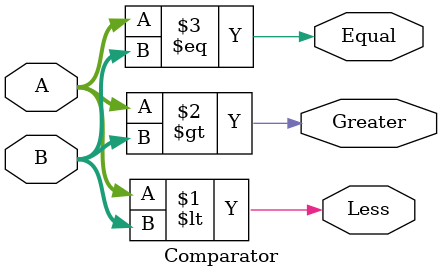
<source format=v>
`timescale 1ns / 1ps

module Comparator #(parameter Width = 4) 
                   (input [Width-1:0] A,
                    input [Width-1:0] B,
                    output Less,
                    output Greater,
                    output Equal);
                   
   assign Less    = (A < B);
   assign Greater = (A > B);
   assign Equal   = (A == B);
endmodule

</source>
